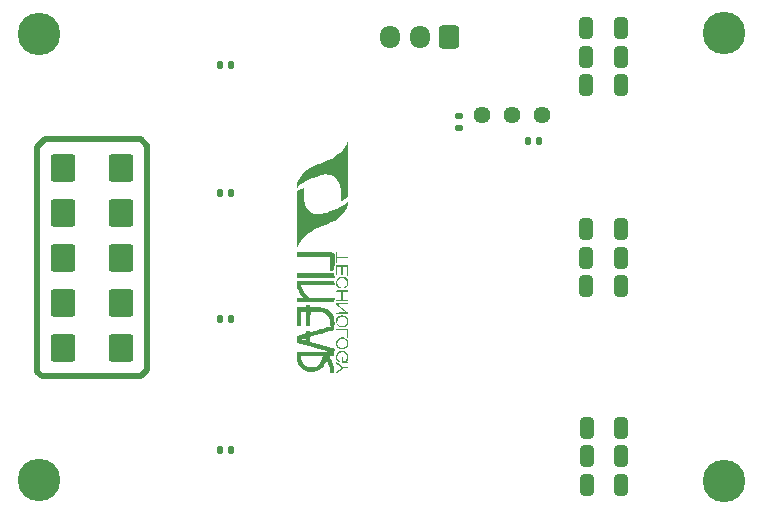
<source format=gbr>
%TF.GenerationSoftware,KiCad,Pcbnew,(6.0.2)*%
%TF.CreationDate,2022-05-06T23:20:48+08:00*%
%TF.ProjectId,NoiseAMP_V2.3,4e6f6973-6541-44d5-905f-56322e332e6b,rev?*%
%TF.SameCoordinates,Original*%
%TF.FileFunction,Soldermask,Bot*%
%TF.FilePolarity,Negative*%
%FSLAX46Y46*%
G04 Gerber Fmt 4.6, Leading zero omitted, Abs format (unit mm)*
G04 Created by KiCad (PCBNEW (6.0.2)) date 2022-05-06 23:20:48*
%MOMM*%
%LPD*%
G01*
G04 APERTURE LIST*
G04 Aperture macros list*
%AMRoundRect*
0 Rectangle with rounded corners*
0 $1 Rounding radius*
0 $2 $3 $4 $5 $6 $7 $8 $9 X,Y pos of 4 corners*
0 Add a 4 corners polygon primitive as box body*
4,1,4,$2,$3,$4,$5,$6,$7,$8,$9,$2,$3,0*
0 Add four circle primitives for the rounded corners*
1,1,$1+$1,$2,$3*
1,1,$1+$1,$4,$5*
1,1,$1+$1,$6,$7*
1,1,$1+$1,$8,$9*
0 Add four rect primitives between the rounded corners*
20,1,$1+$1,$2,$3,$4,$5,0*
20,1,$1+$1,$4,$5,$6,$7,0*
20,1,$1+$1,$6,$7,$8,$9,0*
20,1,$1+$1,$8,$9,$2,$3,0*%
G04 Aperture macros list end*
%ADD10C,0.500000*%
%ADD11C,3.600000*%
%ADD12C,1.440000*%
%ADD13RoundRect,0.250000X0.600000X0.725000X-0.600000X0.725000X-0.600000X-0.725000X0.600000X-0.725000X0*%
%ADD14O,1.700000X1.950000*%
%ADD15RoundRect,0.140000X-0.140000X-0.170000X0.140000X-0.170000X0.140000X0.170000X-0.140000X0.170000X0*%
%ADD16RoundRect,0.140000X0.140000X0.170000X-0.140000X0.170000X-0.140000X-0.170000X0.140000X-0.170000X0*%
%ADD17RoundRect,0.250000X-0.787500X-0.925000X0.787500X-0.925000X0.787500X0.925000X-0.787500X0.925000X0*%
%ADD18RoundRect,0.250000X0.325000X0.650000X-0.325000X0.650000X-0.325000X-0.650000X0.325000X-0.650000X0*%
%ADD19RoundRect,0.140000X0.170000X-0.140000X0.170000X0.140000X-0.170000X0.140000X-0.170000X-0.140000X0*%
G04 APERTURE END LIST*
D10*
X117221000Y-88011000D02*
X116586000Y-88646000D01*
X125857000Y-107188000D02*
X125857000Y-107188000D01*
X125857000Y-107569000D02*
X125349000Y-108077000D01*
X125857000Y-98907600D02*
X125857000Y-88493600D01*
X125831600Y-88468200D02*
X125374400Y-88011000D01*
X116586000Y-99187000D02*
X116586000Y-96012000D01*
X124968000Y-108077000D02*
X116967000Y-108077000D01*
X125374400Y-88011000D02*
X117221000Y-88011000D01*
X116586000Y-88646000D02*
X116586000Y-96012000D01*
X125857000Y-98907600D02*
X125857000Y-107569000D01*
X125857000Y-107569000D02*
X125857000Y-107569000D01*
X116967000Y-108077000D02*
X116586000Y-107696000D01*
X116586000Y-107696000D02*
X116586000Y-99187000D01*
X125349000Y-108077000D02*
X124968000Y-108077000D01*
%TO.C,G\u002A\u002A\u002A*%
G36*
X142518814Y-104792710D02*
G01*
X142660671Y-104841012D01*
X142784558Y-104922908D01*
X142876377Y-105029580D01*
X142878159Y-105032497D01*
X142910506Y-105092120D01*
X142928105Y-105148388D01*
X142934300Y-105218626D01*
X142932431Y-105320156D01*
X142931936Y-105332470D01*
X142925582Y-105428898D01*
X142913003Y-105494757D01*
X142889316Y-105546610D01*
X142849638Y-105601022D01*
X142822700Y-105632809D01*
X142709904Y-105731018D01*
X142581477Y-105786552D01*
X142427314Y-105804275D01*
X142363446Y-105801984D01*
X142206488Y-105769689D01*
X142079892Y-105699201D01*
X141983492Y-105590439D01*
X141959429Y-105549027D01*
X141907412Y-105405753D01*
X141897649Y-105262870D01*
X141904579Y-105229580D01*
X142012821Y-105229580D01*
X142014776Y-105319933D01*
X142027332Y-105407664D01*
X142075600Y-105526473D01*
X142159529Y-105612798D01*
X142280844Y-105668902D01*
X142366474Y-105686941D01*
X142506622Y-105683904D01*
X142631787Y-105640845D01*
X142734154Y-105561056D01*
X142805905Y-105447827D01*
X142827563Y-105380573D01*
X142834981Y-105254263D01*
X142802001Y-105137828D01*
X142734180Y-105038238D01*
X142637074Y-104962459D01*
X142516238Y-104917461D01*
X142377229Y-104910209D01*
X142366470Y-104911310D01*
X142243823Y-104939489D01*
X142147255Y-104999039D01*
X142062237Y-105098653D01*
X142057546Y-105105582D01*
X142025527Y-105165356D01*
X142012821Y-105229580D01*
X141904579Y-105229580D01*
X141925921Y-105127061D01*
X141988010Y-105005006D01*
X142079698Y-104903385D01*
X142196767Y-104828881D01*
X142334998Y-104788175D01*
X142377229Y-104788113D01*
X142490174Y-104787946D01*
X142518814Y-104792710D01*
G37*
G36*
X141770251Y-99534052D02*
G01*
X141770601Y-99542932D01*
X141772901Y-99630802D01*
X141772652Y-99697586D01*
X141769880Y-99729437D01*
X141765602Y-99730695D01*
X141722389Y-99733780D01*
X141636002Y-99736676D01*
X141510507Y-99739337D01*
X141349972Y-99741715D01*
X141158465Y-99743766D01*
X140940054Y-99745441D01*
X140698804Y-99746695D01*
X140438785Y-99747481D01*
X140164063Y-99747754D01*
X138565792Y-99747754D01*
X138565792Y-99356985D01*
X141763076Y-99356985D01*
X141770251Y-99534052D01*
G37*
G36*
X142937523Y-99124965D02*
G01*
X142937301Y-99274029D01*
X142936108Y-99387096D01*
X142933176Y-99464527D01*
X142927735Y-99513045D01*
X142919017Y-99539375D01*
X142906254Y-99550241D01*
X142888677Y-99552369D01*
X142880379Y-99552096D01*
X142863958Y-99546682D01*
X142852692Y-99528704D01*
X142845614Y-99490905D01*
X142841756Y-99426029D01*
X142840151Y-99326821D01*
X142839831Y-99186023D01*
X142839831Y-98819677D01*
X142473485Y-98819677D01*
X142473485Y-99479100D01*
X142351369Y-99479100D01*
X142351369Y-98819677D01*
X142009446Y-98819677D01*
X142009446Y-99503523D01*
X141887331Y-99503523D01*
X141887331Y-98697562D01*
X142937523Y-98697562D01*
X142937523Y-99124965D01*
G37*
G36*
X142937553Y-101939725D02*
G01*
X142937584Y-102006888D01*
X142504044Y-102000886D01*
X142503232Y-102000875D01*
X142348985Y-101998956D01*
X142237715Y-101998489D01*
X142163585Y-102000035D01*
X142120762Y-102004152D01*
X142103411Y-102011399D01*
X142105695Y-102022335D01*
X142121781Y-102037521D01*
X142123756Y-102039153D01*
X142162064Y-102070009D01*
X142231209Y-102125056D01*
X142324354Y-102198875D01*
X142434660Y-102286045D01*
X142555291Y-102381146D01*
X142680664Y-102480801D01*
X142784949Y-102566506D01*
X142858347Y-102631241D01*
X142905288Y-102679183D01*
X142930203Y-102714505D01*
X142937523Y-102741386D01*
X142937523Y-102800638D01*
X141883934Y-102800638D01*
X141891738Y-102745687D01*
X141891876Y-102744719D01*
X141896438Y-102724979D01*
X141908206Y-102710488D01*
X141934117Y-102700154D01*
X141981107Y-102692884D01*
X142056115Y-102687584D01*
X142166077Y-102683162D01*
X142317931Y-102678523D01*
X142736319Y-102666312D01*
X142332729Y-102348812D01*
X142298040Y-102321449D01*
X142178837Y-102226271D01*
X142073745Y-102140625D01*
X141988885Y-102069613D01*
X141930378Y-102018334D01*
X141904348Y-101991891D01*
X141893817Y-101965975D01*
X141894889Y-101912516D01*
X141903761Y-101899950D01*
X141924881Y-101889640D01*
X141964003Y-101882249D01*
X142027294Y-101877312D01*
X142120925Y-101874362D01*
X142251061Y-101872934D01*
X142423872Y-101872562D01*
X142937523Y-101872562D01*
X142937553Y-101939725D01*
G37*
G36*
X142545017Y-99659945D02*
G01*
X142684461Y-99712501D01*
X142804391Y-99803619D01*
X142896941Y-99930927D01*
X142909307Y-99959057D01*
X142932350Y-100063757D01*
X142936237Y-100186705D01*
X142921335Y-100308184D01*
X142888014Y-100408477D01*
X142847420Y-100469103D01*
X142784250Y-100536724D01*
X142713598Y-100595492D01*
X142647722Y-100635330D01*
X142598882Y-100646159D01*
X142566053Y-100630485D01*
X142555290Y-100592783D01*
X142585787Y-100549794D01*
X142601473Y-100537320D01*
X142719817Y-100428380D01*
X142794399Y-100326235D01*
X142828524Y-100226482D01*
X142833169Y-100175925D01*
X142816627Y-100047563D01*
X142762888Y-99938097D01*
X142679256Y-99852047D01*
X142573032Y-99793932D01*
X142451520Y-99768273D01*
X142322020Y-99779590D01*
X142191837Y-99832402D01*
X142135931Y-99872626D01*
X142058813Y-99967857D01*
X142017400Y-100080501D01*
X142011494Y-100200394D01*
X142040899Y-100317375D01*
X142105417Y-100421279D01*
X142204850Y-100501945D01*
X142225445Y-100514418D01*
X142281203Y-100560545D01*
X142310763Y-100604888D01*
X142309855Y-100638244D01*
X142274208Y-100651408D01*
X142251174Y-100649722D01*
X142156869Y-100614015D01*
X142050006Y-100532414D01*
X141976464Y-100446439D01*
X141915319Y-100317440D01*
X141893087Y-100178617D01*
X141908448Y-100039251D01*
X141960081Y-99908622D01*
X142046667Y-99796013D01*
X142166886Y-99710702D01*
X142239056Y-99680015D01*
X142393926Y-99648326D01*
X142545017Y-99659945D01*
G37*
G36*
X141770045Y-100120206D02*
G01*
X141772442Y-100165155D01*
X141776019Y-100249274D01*
X141777427Y-100309485D01*
X141777427Y-100370542D01*
X140366992Y-100370542D01*
X140223984Y-100370576D01*
X139938589Y-100370923D01*
X139697256Y-100371705D01*
X139496684Y-100372998D01*
X139333570Y-100374877D01*
X139204611Y-100377417D01*
X139106505Y-100380694D01*
X139035950Y-100384783D01*
X138989642Y-100389759D01*
X138964279Y-100395696D01*
X138956559Y-100402672D01*
X138957427Y-100410811D01*
X138974176Y-100464044D01*
X139007995Y-100544922D01*
X139053281Y-100641807D01*
X139104428Y-100743060D01*
X139155832Y-100837043D01*
X139201888Y-100912116D01*
X139229200Y-100951779D01*
X139291331Y-101039014D01*
X139365877Y-101141234D01*
X139442133Y-101243667D01*
X139603134Y-101457369D01*
X140680104Y-101457369D01*
X140840317Y-101457481D01*
X141054454Y-101457998D01*
X141249662Y-101458894D01*
X141420954Y-101460123D01*
X141563346Y-101461639D01*
X141671850Y-101463394D01*
X141741480Y-101465344D01*
X141767251Y-101467442D01*
X141767657Y-101467992D01*
X141771380Y-101498737D01*
X141771983Y-101564016D01*
X141769317Y-101650615D01*
X141761207Y-101823715D01*
X138565792Y-101823715D01*
X138565792Y-101458919D01*
X138844607Y-101452038D01*
X139123421Y-101445158D01*
X139014709Y-101301442D01*
X138867448Y-101088713D01*
X138732794Y-100850796D01*
X138634502Y-100622224D01*
X138613251Y-100559398D01*
X138584109Y-100449732D01*
X138569678Y-100341601D01*
X138565792Y-100210022D01*
X138565792Y-99991985D01*
X141762663Y-99991985D01*
X141770045Y-100120206D01*
G37*
G36*
X141902335Y-106854975D02*
G01*
X141934952Y-106871576D01*
X141999975Y-106913695D01*
X142091637Y-106977337D01*
X142204171Y-107058505D01*
X142331809Y-107153203D01*
X142519845Y-107294485D01*
X142728684Y-107294485D01*
X142799845Y-107294814D01*
X142874366Y-107297607D01*
X142915803Y-107305139D01*
X142933680Y-107319637D01*
X142937523Y-107343331D01*
X142936414Y-107358565D01*
X142925322Y-107376741D01*
X142894317Y-107386859D01*
X142833760Y-107391233D01*
X142734010Y-107392177D01*
X142530498Y-107392177D01*
X142227232Y-107611399D01*
X142170009Y-107652538D01*
X142070273Y-107723085D01*
X141988116Y-107779694D01*
X141930816Y-107817393D01*
X141905648Y-107831207D01*
X141893759Y-107817283D01*
X141887331Y-107772398D01*
X141887666Y-107765533D01*
X141900350Y-107730800D01*
X141935970Y-107689214D01*
X142000779Y-107634581D01*
X142101033Y-107560703D01*
X142157858Y-107520544D01*
X142260566Y-107448123D01*
X142326971Y-107395619D01*
X142357900Y-107355116D01*
X142354178Y-107318697D01*
X142316630Y-107278446D01*
X142246082Y-107226448D01*
X142143359Y-107154785D01*
X142060612Y-107095152D01*
X141976091Y-107030218D01*
X141922909Y-106982016D01*
X141895258Y-106945086D01*
X141887331Y-106913965D01*
X141890651Y-106875763D01*
X141901248Y-106854869D01*
X141902335Y-106854975D01*
G37*
G36*
X142910053Y-88092491D02*
G01*
X142914260Y-88110040D01*
X142917881Y-88145667D01*
X142920949Y-88201935D01*
X142923500Y-88281408D01*
X142925569Y-88386651D01*
X142927190Y-88520227D01*
X142928399Y-88684701D01*
X142929230Y-88882637D01*
X142929717Y-89116598D01*
X142929897Y-89389150D01*
X142929803Y-89702854D01*
X142929471Y-90060277D01*
X142928935Y-90463981D01*
X142925312Y-92939921D01*
X142636845Y-93095568D01*
X142609850Y-93110109D01*
X142506232Y-93165424D01*
X142420844Y-93210233D01*
X142361913Y-93240257D01*
X142337663Y-93251215D01*
X142336695Y-93249153D01*
X142333578Y-93212987D01*
X142330873Y-93137254D01*
X142328735Y-93029133D01*
X142327317Y-92895801D01*
X142326775Y-92744437D01*
X142326757Y-92719521D01*
X142325737Y-92540486D01*
X142322709Y-92399781D01*
X142317025Y-92288046D01*
X142308038Y-92195925D01*
X142295099Y-92114058D01*
X142277563Y-92033087D01*
X142245829Y-91917592D01*
X142149952Y-91677422D01*
X142022967Y-91468920D01*
X141867668Y-91294902D01*
X141686848Y-91158182D01*
X141483303Y-91061573D01*
X141259825Y-91007892D01*
X141144257Y-90997038D01*
X140991627Y-90997535D01*
X140828670Y-91015582D01*
X140648992Y-91052558D01*
X140446200Y-91109838D01*
X140213899Y-91188799D01*
X139945696Y-91290818D01*
X139851611Y-91328588D01*
X139562183Y-91452583D01*
X139303205Y-91575883D01*
X139078134Y-91696547D01*
X138890424Y-91812637D01*
X138743531Y-91922211D01*
X138640909Y-92023330D01*
X138565792Y-92114460D01*
X138565792Y-92004606D01*
X138571356Y-91931419D01*
X138593574Y-91808506D01*
X138628347Y-91672881D01*
X138670922Y-91542497D01*
X138716546Y-91435304D01*
X138809106Y-91274962D01*
X138985413Y-91039892D01*
X139201639Y-90816213D01*
X139452500Y-90608625D01*
X139732713Y-90421828D01*
X140036995Y-90260523D01*
X140087636Y-90237809D01*
X140212552Y-90186086D01*
X140361984Y-90128212D01*
X140521415Y-90069736D01*
X140676327Y-90016206D01*
X140870047Y-89948386D01*
X141213096Y-89808090D01*
X141524892Y-89650434D01*
X141816545Y-89469509D01*
X142099165Y-89259404D01*
X142237459Y-89141649D01*
X142464599Y-88909987D01*
X142648189Y-88663787D01*
X142791286Y-88398645D01*
X142896947Y-88110158D01*
X142899738Y-88101369D01*
X142905223Y-88090456D01*
X142910053Y-88092491D01*
G37*
G36*
X140268573Y-97598546D02*
G01*
X140538003Y-97598811D01*
X140791224Y-97599354D01*
X141024158Y-97600147D01*
X141232724Y-97601165D01*
X141412843Y-97602382D01*
X141560435Y-97603772D01*
X141671420Y-97605310D01*
X141741719Y-97606968D01*
X141767251Y-97608723D01*
X141768361Y-97614563D01*
X141770548Y-97660279D01*
X141772246Y-97746195D01*
X141773408Y-97866314D01*
X141773988Y-98014642D01*
X141773939Y-98185183D01*
X141773213Y-98371944D01*
X141769000Y-99124965D01*
X141583935Y-99132098D01*
X141398869Y-99139232D01*
X141398869Y-97989292D01*
X138565792Y-97989292D01*
X138565792Y-97598523D01*
X140161433Y-97598523D01*
X140268573Y-97598546D01*
G37*
G36*
X141996281Y-97586748D02*
G01*
X142005276Y-97617727D01*
X142008824Y-97679062D01*
X142009446Y-97779997D01*
X142009446Y-97989292D01*
X142937523Y-97989292D01*
X142937523Y-98111408D01*
X142009446Y-98111408D01*
X142009446Y-98319208D01*
X142008895Y-98419660D01*
X142005331Y-98480954D01*
X141995883Y-98512760D01*
X141977683Y-98524752D01*
X141947861Y-98526600D01*
X141886276Y-98526600D01*
X141892909Y-98056456D01*
X141894258Y-97962707D01*
X141896696Y-97824212D01*
X141899786Y-97724477D01*
X141904371Y-97656968D01*
X141911292Y-97615151D01*
X141921392Y-97592491D01*
X141935512Y-97582455D01*
X141954494Y-97578507D01*
X141979318Y-97576882D01*
X141996281Y-97586748D01*
G37*
G36*
X142937523Y-104460922D02*
G01*
X142937429Y-104559380D01*
X142936510Y-104678115D01*
X142933877Y-104759510D01*
X142928655Y-104810588D01*
X142919965Y-104838376D01*
X142906932Y-104849897D01*
X142888677Y-104852177D01*
X142887724Y-104852174D01*
X142868373Y-104849286D01*
X142855079Y-104835761D01*
X142846710Y-104803958D01*
X142842133Y-104746235D01*
X142840218Y-104654952D01*
X142839831Y-104522465D01*
X142839831Y-104192754D01*
X141883934Y-104192754D01*
X141891738Y-104137802D01*
X141895198Y-104120269D01*
X141904154Y-104106363D01*
X141924697Y-104096206D01*
X141963036Y-104089072D01*
X142025379Y-104084235D01*
X142117937Y-104080971D01*
X142246918Y-104078554D01*
X142418533Y-104076258D01*
X142937523Y-104069667D01*
X142937523Y-104460922D01*
G37*
G36*
X141494148Y-105657318D02*
G01*
X141610607Y-105691119D01*
X141691011Y-105717130D01*
X141741623Y-105738045D01*
X141768706Y-105756558D01*
X141778525Y-105775365D01*
X141777342Y-105797157D01*
X141774387Y-105828473D01*
X141771123Y-105901307D01*
X141768561Y-106001156D01*
X141767084Y-106116071D01*
X141765216Y-106390831D01*
X141557619Y-106390831D01*
X141519351Y-106391034D01*
X141432756Y-106393229D01*
X141372575Y-106397322D01*
X141350023Y-106402675D01*
X141356942Y-106418932D01*
X141383534Y-106467075D01*
X141423246Y-106533522D01*
X141548789Y-106760262D01*
X141668743Y-107051202D01*
X141741027Y-107339202D01*
X141765216Y-107622912D01*
X141765216Y-107831792D01*
X141405878Y-107831792D01*
X141389588Y-107616005D01*
X141388258Y-107599652D01*
X141372984Y-107471678D01*
X141350530Y-107340536D01*
X141325255Y-107232220D01*
X141293484Y-107130882D01*
X141250019Y-107014087D01*
X141204421Y-106910024D01*
X141159904Y-106824194D01*
X141119682Y-106762097D01*
X141086972Y-106729233D01*
X141064989Y-106731103D01*
X141056946Y-106773206D01*
X141055034Y-106791424D01*
X141030702Y-106864350D01*
X140983399Y-106960502D01*
X140919487Y-107069492D01*
X140845328Y-107180932D01*
X140767281Y-107284435D01*
X140691709Y-107369615D01*
X140637137Y-107421235D01*
X140448559Y-107559110D01*
X140243651Y-107655634D01*
X140028216Y-107711741D01*
X139808056Y-107728364D01*
X139588975Y-107706437D01*
X139376775Y-107646894D01*
X139177259Y-107550668D01*
X138996229Y-107418692D01*
X138839488Y-107251901D01*
X138712838Y-107051228D01*
X138698278Y-107021943D01*
X138643209Y-106897664D01*
X138605191Y-106779516D01*
X138581459Y-106653848D01*
X138569248Y-106507007D01*
X138567038Y-106390831D01*
X138925305Y-106390831D01*
X138939321Y-106526631D01*
X138963572Y-106646684D01*
X139019942Y-106800272D01*
X139097890Y-106948338D01*
X139188479Y-107071348D01*
X139249532Y-107127475D01*
X139342948Y-107194983D01*
X139441032Y-107251508D01*
X139485591Y-107272975D01*
X139560493Y-107304083D01*
X139629569Y-107321562D01*
X139711025Y-107329187D01*
X139823067Y-107330735D01*
X139828931Y-107330722D01*
X139944713Y-107327955D01*
X140030454Y-107318268D01*
X140104069Y-107298399D01*
X140183474Y-107265082D01*
X140252125Y-107228849D01*
X140411097Y-107109379D01*
X140548155Y-106954235D01*
X140655088Y-106771999D01*
X140660053Y-106761136D01*
X140701919Y-106660285D01*
X140735509Y-106564053D01*
X140753946Y-106491926D01*
X140770112Y-106390831D01*
X138925305Y-106390831D01*
X138567038Y-106390831D01*
X138565792Y-106325340D01*
X138565792Y-106012273D01*
X141276754Y-106012273D01*
X141288966Y-106024485D01*
X141301177Y-106012273D01*
X141288966Y-106000062D01*
X141276754Y-106012273D01*
X138565792Y-106012273D01*
X138565792Y-106000062D01*
X138925305Y-105999548D01*
X139915167Y-105998133D01*
X140204301Y-105997595D01*
X140451926Y-105996802D01*
X140657199Y-105995671D01*
X140823387Y-105994111D01*
X140953759Y-105992032D01*
X141051582Y-105989345D01*
X141120125Y-105985959D01*
X141162655Y-105981784D01*
X141182441Y-105976729D01*
X141182750Y-105970706D01*
X141166850Y-105963623D01*
X141157207Y-105960453D01*
X141126046Y-105950648D01*
X141082936Y-105937665D01*
X141024685Y-105920604D01*
X140948101Y-105898565D01*
X140849991Y-105870647D01*
X140727164Y-105835950D01*
X140576428Y-105793574D01*
X140394590Y-105742619D01*
X140178458Y-105682184D01*
X139924840Y-105611370D01*
X139630545Y-105529276D01*
X139292379Y-105435001D01*
X138565792Y-105232486D01*
X138565792Y-104948733D01*
X139022194Y-104948733D01*
X139034678Y-104960629D01*
X139081043Y-104980328D01*
X139147883Y-105003219D01*
X139221476Y-105024955D01*
X139288100Y-105041185D01*
X139334033Y-105047562D01*
X139337004Y-105045087D01*
X139344379Y-105011072D01*
X139347331Y-104949869D01*
X139346823Y-104928004D01*
X139339861Y-104873854D01*
X139327341Y-104852177D01*
X139316477Y-104853239D01*
X139264175Y-104865118D01*
X139191753Y-104885936D01*
X139116053Y-104910364D01*
X139053919Y-104933073D01*
X139022194Y-104948733D01*
X138565792Y-104948733D01*
X138565792Y-104668655D01*
X138956562Y-104559861D01*
X139327341Y-104456633D01*
X139347331Y-104451068D01*
X139347331Y-104215122D01*
X139536610Y-104222255D01*
X139584106Y-104224207D01*
X139661623Y-104229700D01*
X139705401Y-104239351D01*
X139725928Y-104256463D01*
X139733693Y-104284340D01*
X139739537Y-104318640D01*
X139745905Y-104339241D01*
X139746696Y-104339078D01*
X139777130Y-104330891D01*
X139846288Y-104311785D01*
X139946993Y-104283756D01*
X140072072Y-104248800D01*
X140214350Y-104208914D01*
X140324756Y-104177942D01*
X140529832Y-104120498D01*
X140749583Y-104059027D01*
X140963977Y-103999132D01*
X141152976Y-103946417D01*
X141300630Y-103904985D01*
X141419829Y-103870507D01*
X141500030Y-103845467D01*
X141545506Y-103828225D01*
X141560530Y-103817140D01*
X141549371Y-103810571D01*
X141516304Y-103806878D01*
X141405044Y-103799560D01*
X141394110Y-103538224D01*
X141389484Y-103445063D01*
X141380550Y-103345314D01*
X141365799Y-103267526D01*
X141341953Y-103196003D01*
X141305733Y-103115047D01*
X141303655Y-103110729D01*
X141204298Y-102949633D01*
X141074128Y-102818816D01*
X140905179Y-102710228D01*
X140866757Y-102690538D01*
X140826411Y-102672867D01*
X140783302Y-102659901D01*
X140729750Y-102650736D01*
X140658076Y-102644468D01*
X140560599Y-102640194D01*
X140429641Y-102637009D01*
X140257522Y-102634009D01*
X139738963Y-102625490D01*
X139732426Y-103232055D01*
X139725889Y-103838619D01*
X139347331Y-103852885D01*
X139347331Y-102629677D01*
X138932139Y-102629677D01*
X138932139Y-103850831D01*
X138565792Y-103850831D01*
X138565792Y-102238908D01*
X139347331Y-102238908D01*
X139347331Y-102019100D01*
X139544251Y-102019100D01*
X139576886Y-102019177D01*
X139662828Y-102021239D01*
X139711925Y-102027659D01*
X139733486Y-102040504D01*
X139736823Y-102061840D01*
X139734736Y-102102321D01*
X139735288Y-102168750D01*
X139738100Y-102232920D01*
X140257091Y-102245038D01*
X140347698Y-102247352D01*
X140532495Y-102254231D01*
X140680572Y-102264372D01*
X140800464Y-102279431D01*
X140900705Y-102301064D01*
X140989828Y-102330927D01*
X141076369Y-102370676D01*
X141168862Y-102421968D01*
X141295253Y-102507716D01*
X141465761Y-102668763D01*
X141603493Y-102858784D01*
X141703204Y-103070030D01*
X141759650Y-103294757D01*
X141760360Y-103299858D01*
X141768234Y-103389134D01*
X141772555Y-103502247D01*
X141772402Y-103616001D01*
X141769782Y-103736863D01*
X141767550Y-103873049D01*
X141766296Y-103990581D01*
X141765216Y-104166966D01*
X141636994Y-104203305D01*
X141630870Y-104205038D01*
X141562022Y-104224437D01*
X141456993Y-104253932D01*
X141325334Y-104290846D01*
X141176591Y-104332503D01*
X141020312Y-104376225D01*
X140877789Y-104416134D01*
X140680622Y-104471485D01*
X140479838Y-104527983D01*
X140292325Y-104580874D01*
X140134975Y-104625405D01*
X139738100Y-104738002D01*
X139738100Y-105167794D01*
X139841898Y-105194506D01*
X139861842Y-105199721D01*
X139960146Y-105226819D01*
X140055600Y-105254798D01*
X140110298Y-105270911D01*
X140204596Y-105297939D01*
X140327016Y-105332591D01*
X140467835Y-105372116D01*
X140617331Y-105413762D01*
X140732641Y-105445761D01*
X140909865Y-105494942D01*
X141086160Y-105543865D01*
X141246147Y-105588263D01*
X141288966Y-105600146D01*
X141374446Y-105623868D01*
X141494148Y-105657318D01*
G37*
G36*
X142937523Y-100858518D02*
G01*
X142937464Y-100869272D01*
X142933866Y-100894028D01*
X142918021Y-100909058D01*
X142880779Y-100916789D01*
X142812990Y-100919648D01*
X142705504Y-100920062D01*
X142473485Y-100920062D01*
X142473485Y-101603908D01*
X142705504Y-101603908D01*
X142744750Y-101603923D01*
X142838547Y-101604870D01*
X142895574Y-101609039D01*
X142924979Y-101618840D01*
X142935912Y-101636680D01*
X142937523Y-101664965D01*
X142937523Y-101726023D01*
X141883934Y-101726023D01*
X141891738Y-101671071D01*
X141898054Y-101646058D01*
X141915129Y-101629090D01*
X141952343Y-101618965D01*
X142019263Y-101613146D01*
X142125456Y-101609097D01*
X142351369Y-101602075D01*
X142351369Y-100920062D01*
X142117651Y-100920062D01*
X142088001Y-100920049D01*
X141990401Y-100919178D01*
X141930768Y-100915387D01*
X141900309Y-100906538D01*
X141890231Y-100890492D01*
X141891738Y-100865110D01*
X141895198Y-100847577D01*
X141904154Y-100833671D01*
X141924697Y-100823513D01*
X141963036Y-100816379D01*
X142025379Y-100811543D01*
X142117937Y-100808279D01*
X142246918Y-100805862D01*
X142418533Y-100803566D01*
X142937523Y-100796975D01*
X142937523Y-100858518D01*
G37*
G36*
X142606365Y-105947731D02*
G01*
X142721649Y-106002862D01*
X142742662Y-106019383D01*
X142807059Y-106081991D01*
X142866426Y-106153474D01*
X142885747Y-106181225D01*
X142918534Y-106242912D01*
X142933782Y-106310423D01*
X142937523Y-106405117D01*
X142935946Y-106472486D01*
X142920141Y-106590308D01*
X142883549Y-106682432D01*
X142821496Y-106763283D01*
X142757423Y-106830446D01*
X142847473Y-106830446D01*
X142904814Y-106833909D01*
X142931709Y-106851287D01*
X142937523Y-106892330D01*
X142937523Y-106954214D01*
X142412427Y-106940350D01*
X142405268Y-106734795D01*
X142404713Y-106718456D01*
X142402511Y-106604957D01*
X142406189Y-106531880D01*
X142417695Y-106491812D01*
X142438979Y-106477341D01*
X142471991Y-106481056D01*
X142494817Y-106490338D01*
X142512463Y-106514644D01*
X142520454Y-106563941D01*
X142522331Y-106650122D01*
X142522973Y-106702314D01*
X142530601Y-106772658D01*
X142552240Y-106801818D01*
X142594547Y-106794793D01*
X142664184Y-106756581D01*
X142707813Y-106721642D01*
X142773694Y-106634996D01*
X142820776Y-106530465D01*
X142838758Y-106427465D01*
X142836923Y-106395501D01*
X142804893Y-106280665D01*
X142741166Y-106174927D01*
X142656421Y-106097608D01*
X142568442Y-106060121D01*
X142444857Y-106039941D01*
X142319373Y-106046386D01*
X142212862Y-106080270D01*
X142193498Y-106091312D01*
X142098322Y-106174933D01*
X142037703Y-106281969D01*
X142012502Y-106402075D01*
X142023583Y-106524903D01*
X142071810Y-106640109D01*
X142158046Y-106737347D01*
X142164596Y-106742727D01*
X142218139Y-106797725D01*
X142249447Y-106849749D01*
X142254191Y-106888509D01*
X142228041Y-106903715D01*
X142203083Y-106899816D01*
X142134819Y-106868306D01*
X142061255Y-106814487D01*
X141999138Y-106749632D01*
X141933561Y-106633583D01*
X141898924Y-106492873D01*
X141902150Y-106348721D01*
X141941557Y-106211396D01*
X142015463Y-106091169D01*
X142122187Y-105998308D01*
X142187215Y-105965446D01*
X142323500Y-105928904D01*
X142468433Y-105923038D01*
X142606365Y-105947731D01*
G37*
G36*
X139162210Y-92111954D02*
G01*
X139166215Y-92161407D01*
X139170440Y-92248835D01*
X139174625Y-92367458D01*
X139178508Y-92510496D01*
X139181830Y-92671167D01*
X139184487Y-92813185D01*
X139188165Y-92965540D01*
X139192728Y-93083210D01*
X139198968Y-93174284D01*
X139207675Y-93246850D01*
X139219642Y-93308998D01*
X139235659Y-93368814D01*
X139256519Y-93434388D01*
X139284036Y-93512149D01*
X139395759Y-93751853D01*
X139534915Y-93953372D01*
X139700250Y-94115402D01*
X139890512Y-94236641D01*
X140104446Y-94315785D01*
X140136286Y-94323440D01*
X140244244Y-94341295D01*
X140366460Y-94347874D01*
X140519813Y-94344336D01*
X140549369Y-94342856D01*
X140658073Y-94334842D01*
X140754298Y-94321569D01*
X140852568Y-94299985D01*
X140967407Y-94267041D01*
X141113341Y-94219687D01*
X141380425Y-94126057D01*
X141672403Y-94013192D01*
X141945212Y-93896533D01*
X142194099Y-93778480D01*
X142414312Y-93661430D01*
X142601099Y-93547783D01*
X142749709Y-93439938D01*
X142855388Y-93340294D01*
X142943727Y-93239004D01*
X142930302Y-93410497D01*
X142898018Y-93610020D01*
X142816797Y-93847121D01*
X142691969Y-94078769D01*
X142526390Y-94302346D01*
X142322917Y-94515234D01*
X142084407Y-94714819D01*
X141813717Y-94898481D01*
X141513705Y-95063605D01*
X141187226Y-95207574D01*
X140837139Y-95327770D01*
X140720863Y-95364608D01*
X140390904Y-95492501D01*
X140067257Y-95650849D01*
X139758399Y-95834310D01*
X139472809Y-96037541D01*
X139218964Y-96255202D01*
X139005344Y-96481949D01*
X138919969Y-96595746D01*
X138820426Y-96754005D01*
X138730299Y-96923092D01*
X138657687Y-97087613D01*
X138610686Y-97232177D01*
X138606318Y-97246836D01*
X138601393Y-97252292D01*
X138597013Y-97241185D01*
X138593136Y-97211029D01*
X138589719Y-97159344D01*
X138586721Y-97083644D01*
X138584100Y-96981446D01*
X138581815Y-96850269D01*
X138579823Y-96687628D01*
X138578084Y-96491040D01*
X138576555Y-96258022D01*
X138575195Y-95986090D01*
X138573962Y-95672763D01*
X138572814Y-95315555D01*
X138571709Y-94911985D01*
X138571191Y-94693656D01*
X138570562Y-94359506D01*
X138570161Y-94041097D01*
X138569982Y-93741740D01*
X138570020Y-93464745D01*
X138570268Y-93213422D01*
X138570721Y-92991084D01*
X138571374Y-92801038D01*
X138572221Y-92646597D01*
X138573257Y-92531070D01*
X138574476Y-92457769D01*
X138575872Y-92430002D01*
X138585158Y-92421208D01*
X138629482Y-92391613D01*
X138701338Y-92348123D01*
X138790893Y-92296238D01*
X138888315Y-92241455D01*
X138983771Y-92189274D01*
X139067427Y-92145194D01*
X139129451Y-92114713D01*
X139160011Y-92103331D01*
X139162210Y-92111954D01*
G37*
G36*
X142686888Y-102988292D02*
G01*
X142801214Y-103071125D01*
X142887687Y-103186613D01*
X142892439Y-103196020D01*
X142927948Y-103312120D01*
X142937885Y-103446796D01*
X142922480Y-103579846D01*
X142881962Y-103691065D01*
X142808262Y-103789417D01*
X142693949Y-103877159D01*
X142560641Y-103930299D01*
X142417707Y-103947888D01*
X142274515Y-103928977D01*
X142140435Y-103872619D01*
X142024836Y-103777863D01*
X141944118Y-103660637D01*
X141897043Y-103519252D01*
X141894304Y-103410106D01*
X142015259Y-103410106D01*
X142024603Y-103545135D01*
X142073380Y-103662677D01*
X142158919Y-103750883D01*
X142277932Y-103806432D01*
X142427133Y-103826006D01*
X142556391Y-103809863D01*
X142674320Y-103752631D01*
X142773832Y-103651160D01*
X142807311Y-103583534D01*
X142829305Y-103478906D01*
X142829749Y-103369339D01*
X142806706Y-103276888D01*
X142801000Y-103265079D01*
X142722338Y-103158882D01*
X142615346Y-103085753D01*
X142489450Y-103048621D01*
X142354075Y-103050417D01*
X142218648Y-103094070D01*
X142182254Y-103113643D01*
X142091553Y-103186796D01*
X142038040Y-103282273D01*
X142015259Y-103410106D01*
X141894304Y-103410106D01*
X141893373Y-103373003D01*
X141933215Y-103230768D01*
X142016675Y-103101425D01*
X142021800Y-103095678D01*
X142136388Y-103001640D01*
X142269457Y-102944789D01*
X142411742Y-102924218D01*
X142489450Y-102932306D01*
X142553975Y-102939021D01*
X142686888Y-102988292D01*
G37*
%TD*%
D11*
%TO.C,H1*%
X116789200Y-79123000D03*
%TD*%
%TO.C,H3*%
X174747228Y-79044800D03*
%TD*%
%TO.C,H4*%
X174747228Y-116990259D03*
%TD*%
D12*
%TO.C,RV1*%
X154295000Y-85933478D03*
X156835000Y-85933478D03*
X159375000Y-85933478D03*
%TD*%
D11*
%TO.C,H2*%
X116789200Y-116842000D03*
%TD*%
D13*
%TO.C,J1*%
X151471000Y-79392000D03*
D14*
X148971000Y-79392000D03*
X146471000Y-79392000D03*
%TD*%
D15*
%TO.C,C52*%
X132082600Y-103276400D03*
X133042600Y-103276400D03*
%TD*%
D16*
%TO.C,C55*%
X159077600Y-88188800D03*
X158117600Y-88188800D03*
%TD*%
D15*
%TO.C,C50*%
X132082600Y-81711800D03*
X133042600Y-81711800D03*
%TD*%
D17*
%TO.C,C34*%
X118758396Y-101853999D03*
X123683396Y-101853999D03*
%TD*%
D18*
%TO.C,C48*%
X166067000Y-117262111D03*
X163117000Y-117262111D03*
%TD*%
D19*
%TO.C,C54*%
X152273000Y-87043200D03*
X152273000Y-86083200D03*
%TD*%
D18*
%TO.C,C47*%
X166067000Y-114849111D03*
X163117000Y-114849111D03*
%TD*%
D15*
%TO.C,C51*%
X132082600Y-92583000D03*
X133042600Y-92583000D03*
%TD*%
%TO.C,C53*%
X132057200Y-114350800D03*
X133017200Y-114350800D03*
%TD*%
D17*
%TO.C,C30*%
X118758396Y-94233999D03*
X123683396Y-94233999D03*
%TD*%
%TO.C,C27*%
X118758396Y-90423999D03*
X123683396Y-90423999D03*
%TD*%
D18*
%TO.C,C31*%
X166043835Y-98044000D03*
X163093835Y-98044000D03*
%TD*%
%TO.C,C12*%
X166043835Y-83439000D03*
X163093835Y-83439000D03*
%TD*%
%TO.C,C29*%
X166043835Y-95631000D03*
X163093835Y-95631000D03*
%TD*%
D17*
%TO.C,C35*%
X118758396Y-105663999D03*
X123683396Y-105663999D03*
%TD*%
D18*
%TO.C,C11*%
X166043835Y-81026000D03*
X163093835Y-81026000D03*
%TD*%
%TO.C,C33*%
X166043835Y-100457000D03*
X163093835Y-100457000D03*
%TD*%
%TO.C,C10*%
X166043835Y-78613000D03*
X163093835Y-78613000D03*
%TD*%
%TO.C,C46*%
X166067000Y-112436111D03*
X163117000Y-112436111D03*
%TD*%
D17*
%TO.C,C32*%
X118758396Y-98043999D03*
X123683396Y-98043999D03*
%TD*%
M02*

</source>
